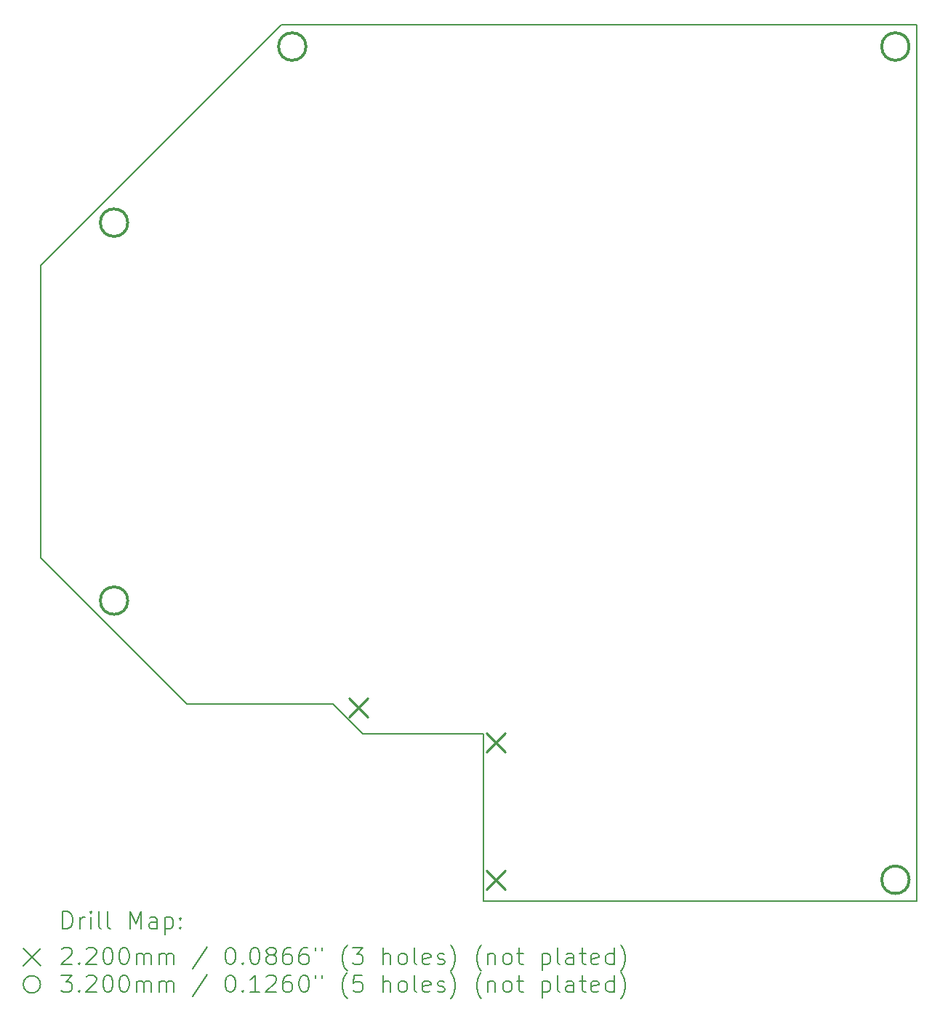
<source format=gbr>
%TF.GenerationSoftware,KiCad,Pcbnew,9.0.2*%
%TF.CreationDate,2025-06-22T13:00:46+02:00*%
%TF.ProjectId,kicad,6b696361-642e-46b6-9963-61645f706362,rev?*%
%TF.SameCoordinates,Original*%
%TF.FileFunction,Drillmap*%
%TF.FilePolarity,Positive*%
%FSLAX45Y45*%
G04 Gerber Fmt 4.5, Leading zero omitted, Abs format (unit mm)*
G04 Created by KiCad (PCBNEW 9.0.2) date 2025-06-22 13:00:46*
%MOMM*%
%LPD*%
G01*
G04 APERTURE LIST*
%ADD10C,0.150000*%
%ADD11C,0.200000*%
%ADD12C,0.220000*%
%ADD13C,0.320000*%
G04 APERTURE END LIST*
D10*
X5050000Y-9600000D02*
X6450000Y-9600000D01*
X11500000Y-11550000D02*
X6450000Y-11550000D01*
X6450000Y-11550000D02*
X6450000Y-9600000D01*
X5050000Y-9600000D02*
X4700000Y-9250000D01*
X4700000Y-9250000D02*
X3000000Y-9250000D01*
X1300000Y-7550000D02*
X1300000Y-4150000D01*
X4100000Y-1350000D02*
X11500000Y-1350000D01*
X1300000Y-4150000D02*
X4100000Y-1350000D01*
X3000000Y-9250000D02*
X1300000Y-7550000D01*
X11500000Y-11550000D02*
X11500000Y-1350000D01*
D11*
D12*
X4890000Y-9190000D02*
X5110000Y-9410000D01*
X5110000Y-9190000D02*
X4890000Y-9410000D01*
X6490000Y-9590000D02*
X6710000Y-9810000D01*
X6710000Y-9590000D02*
X6490000Y-9810000D01*
X6490000Y-11190000D02*
X6710000Y-11410000D01*
X6710000Y-11190000D02*
X6490000Y-11410000D01*
D13*
X2310000Y-3650000D02*
G75*
G02*
X1990000Y-3650000I-160000J0D01*
G01*
X1990000Y-3650000D02*
G75*
G02*
X2310000Y-3650000I160000J0D01*
G01*
X2310000Y-8050000D02*
G75*
G02*
X1990000Y-8050000I-160000J0D01*
G01*
X1990000Y-8050000D02*
G75*
G02*
X2310000Y-8050000I160000J0D01*
G01*
X4385000Y-1600000D02*
G75*
G02*
X4065000Y-1600000I-160000J0D01*
G01*
X4065000Y-1600000D02*
G75*
G02*
X4385000Y-1600000I160000J0D01*
G01*
X11410000Y-1600000D02*
G75*
G02*
X11090000Y-1600000I-160000J0D01*
G01*
X11090000Y-1600000D02*
G75*
G02*
X11410000Y-1600000I160000J0D01*
G01*
X11410000Y-11300000D02*
G75*
G02*
X11090000Y-11300000I-160000J0D01*
G01*
X11090000Y-11300000D02*
G75*
G02*
X11410000Y-11300000I160000J0D01*
G01*
D11*
X1553277Y-11868984D02*
X1553277Y-11668984D01*
X1553277Y-11668984D02*
X1600896Y-11668984D01*
X1600896Y-11668984D02*
X1629467Y-11678508D01*
X1629467Y-11678508D02*
X1648515Y-11697555D01*
X1648515Y-11697555D02*
X1658039Y-11716603D01*
X1658039Y-11716603D02*
X1667562Y-11754698D01*
X1667562Y-11754698D02*
X1667562Y-11783269D01*
X1667562Y-11783269D02*
X1658039Y-11821365D01*
X1658039Y-11821365D02*
X1648515Y-11840412D01*
X1648515Y-11840412D02*
X1629467Y-11859460D01*
X1629467Y-11859460D02*
X1600896Y-11868984D01*
X1600896Y-11868984D02*
X1553277Y-11868984D01*
X1753277Y-11868984D02*
X1753277Y-11735650D01*
X1753277Y-11773746D02*
X1762801Y-11754698D01*
X1762801Y-11754698D02*
X1772324Y-11745174D01*
X1772324Y-11745174D02*
X1791372Y-11735650D01*
X1791372Y-11735650D02*
X1810420Y-11735650D01*
X1877086Y-11868984D02*
X1877086Y-11735650D01*
X1877086Y-11668984D02*
X1867562Y-11678508D01*
X1867562Y-11678508D02*
X1877086Y-11688031D01*
X1877086Y-11688031D02*
X1886610Y-11678508D01*
X1886610Y-11678508D02*
X1877086Y-11668984D01*
X1877086Y-11668984D02*
X1877086Y-11688031D01*
X2000896Y-11868984D02*
X1981848Y-11859460D01*
X1981848Y-11859460D02*
X1972324Y-11840412D01*
X1972324Y-11840412D02*
X1972324Y-11668984D01*
X2105658Y-11868984D02*
X2086610Y-11859460D01*
X2086610Y-11859460D02*
X2077086Y-11840412D01*
X2077086Y-11840412D02*
X2077086Y-11668984D01*
X2334229Y-11868984D02*
X2334229Y-11668984D01*
X2334229Y-11668984D02*
X2400896Y-11811841D01*
X2400896Y-11811841D02*
X2467563Y-11668984D01*
X2467563Y-11668984D02*
X2467563Y-11868984D01*
X2648515Y-11868984D02*
X2648515Y-11764222D01*
X2648515Y-11764222D02*
X2638991Y-11745174D01*
X2638991Y-11745174D02*
X2619944Y-11735650D01*
X2619944Y-11735650D02*
X2581848Y-11735650D01*
X2581848Y-11735650D02*
X2562801Y-11745174D01*
X2648515Y-11859460D02*
X2629467Y-11868984D01*
X2629467Y-11868984D02*
X2581848Y-11868984D01*
X2581848Y-11868984D02*
X2562801Y-11859460D01*
X2562801Y-11859460D02*
X2553277Y-11840412D01*
X2553277Y-11840412D02*
X2553277Y-11821365D01*
X2553277Y-11821365D02*
X2562801Y-11802317D01*
X2562801Y-11802317D02*
X2581848Y-11792793D01*
X2581848Y-11792793D02*
X2629467Y-11792793D01*
X2629467Y-11792793D02*
X2648515Y-11783269D01*
X2743753Y-11735650D02*
X2743753Y-11935650D01*
X2743753Y-11745174D02*
X2762801Y-11735650D01*
X2762801Y-11735650D02*
X2800896Y-11735650D01*
X2800896Y-11735650D02*
X2819943Y-11745174D01*
X2819943Y-11745174D02*
X2829467Y-11754698D01*
X2829467Y-11754698D02*
X2838991Y-11773746D01*
X2838991Y-11773746D02*
X2838991Y-11830888D01*
X2838991Y-11830888D02*
X2829467Y-11849936D01*
X2829467Y-11849936D02*
X2819943Y-11859460D01*
X2819943Y-11859460D02*
X2800896Y-11868984D01*
X2800896Y-11868984D02*
X2762801Y-11868984D01*
X2762801Y-11868984D02*
X2743753Y-11859460D01*
X2924705Y-11849936D02*
X2934229Y-11859460D01*
X2934229Y-11859460D02*
X2924705Y-11868984D01*
X2924705Y-11868984D02*
X2915182Y-11859460D01*
X2915182Y-11859460D02*
X2924705Y-11849936D01*
X2924705Y-11849936D02*
X2924705Y-11868984D01*
X2924705Y-11745174D02*
X2934229Y-11754698D01*
X2934229Y-11754698D02*
X2924705Y-11764222D01*
X2924705Y-11764222D02*
X2915182Y-11754698D01*
X2915182Y-11754698D02*
X2924705Y-11745174D01*
X2924705Y-11745174D02*
X2924705Y-11764222D01*
X1092500Y-12097500D02*
X1292500Y-12297500D01*
X1292500Y-12097500D02*
X1092500Y-12297500D01*
X1543753Y-12108031D02*
X1553277Y-12098508D01*
X1553277Y-12098508D02*
X1572324Y-12088984D01*
X1572324Y-12088984D02*
X1619943Y-12088984D01*
X1619943Y-12088984D02*
X1638991Y-12098508D01*
X1638991Y-12098508D02*
X1648515Y-12108031D01*
X1648515Y-12108031D02*
X1658039Y-12127079D01*
X1658039Y-12127079D02*
X1658039Y-12146127D01*
X1658039Y-12146127D02*
X1648515Y-12174698D01*
X1648515Y-12174698D02*
X1534229Y-12288984D01*
X1534229Y-12288984D02*
X1658039Y-12288984D01*
X1743753Y-12269936D02*
X1753277Y-12279460D01*
X1753277Y-12279460D02*
X1743753Y-12288984D01*
X1743753Y-12288984D02*
X1734229Y-12279460D01*
X1734229Y-12279460D02*
X1743753Y-12269936D01*
X1743753Y-12269936D02*
X1743753Y-12288984D01*
X1829467Y-12108031D02*
X1838991Y-12098508D01*
X1838991Y-12098508D02*
X1858039Y-12088984D01*
X1858039Y-12088984D02*
X1905658Y-12088984D01*
X1905658Y-12088984D02*
X1924705Y-12098508D01*
X1924705Y-12098508D02*
X1934229Y-12108031D01*
X1934229Y-12108031D02*
X1943753Y-12127079D01*
X1943753Y-12127079D02*
X1943753Y-12146127D01*
X1943753Y-12146127D02*
X1934229Y-12174698D01*
X1934229Y-12174698D02*
X1819943Y-12288984D01*
X1819943Y-12288984D02*
X1943753Y-12288984D01*
X2067562Y-12088984D02*
X2086610Y-12088984D01*
X2086610Y-12088984D02*
X2105658Y-12098508D01*
X2105658Y-12098508D02*
X2115182Y-12108031D01*
X2115182Y-12108031D02*
X2124705Y-12127079D01*
X2124705Y-12127079D02*
X2134229Y-12165174D01*
X2134229Y-12165174D02*
X2134229Y-12212793D01*
X2134229Y-12212793D02*
X2124705Y-12250888D01*
X2124705Y-12250888D02*
X2115182Y-12269936D01*
X2115182Y-12269936D02*
X2105658Y-12279460D01*
X2105658Y-12279460D02*
X2086610Y-12288984D01*
X2086610Y-12288984D02*
X2067562Y-12288984D01*
X2067562Y-12288984D02*
X2048515Y-12279460D01*
X2048515Y-12279460D02*
X2038991Y-12269936D01*
X2038991Y-12269936D02*
X2029467Y-12250888D01*
X2029467Y-12250888D02*
X2019943Y-12212793D01*
X2019943Y-12212793D02*
X2019943Y-12165174D01*
X2019943Y-12165174D02*
X2029467Y-12127079D01*
X2029467Y-12127079D02*
X2038991Y-12108031D01*
X2038991Y-12108031D02*
X2048515Y-12098508D01*
X2048515Y-12098508D02*
X2067562Y-12088984D01*
X2258039Y-12088984D02*
X2277086Y-12088984D01*
X2277086Y-12088984D02*
X2296134Y-12098508D01*
X2296134Y-12098508D02*
X2305658Y-12108031D01*
X2305658Y-12108031D02*
X2315182Y-12127079D01*
X2315182Y-12127079D02*
X2324705Y-12165174D01*
X2324705Y-12165174D02*
X2324705Y-12212793D01*
X2324705Y-12212793D02*
X2315182Y-12250888D01*
X2315182Y-12250888D02*
X2305658Y-12269936D01*
X2305658Y-12269936D02*
X2296134Y-12279460D01*
X2296134Y-12279460D02*
X2277086Y-12288984D01*
X2277086Y-12288984D02*
X2258039Y-12288984D01*
X2258039Y-12288984D02*
X2238991Y-12279460D01*
X2238991Y-12279460D02*
X2229467Y-12269936D01*
X2229467Y-12269936D02*
X2219944Y-12250888D01*
X2219944Y-12250888D02*
X2210420Y-12212793D01*
X2210420Y-12212793D02*
X2210420Y-12165174D01*
X2210420Y-12165174D02*
X2219944Y-12127079D01*
X2219944Y-12127079D02*
X2229467Y-12108031D01*
X2229467Y-12108031D02*
X2238991Y-12098508D01*
X2238991Y-12098508D02*
X2258039Y-12088984D01*
X2410420Y-12288984D02*
X2410420Y-12155650D01*
X2410420Y-12174698D02*
X2419944Y-12165174D01*
X2419944Y-12165174D02*
X2438991Y-12155650D01*
X2438991Y-12155650D02*
X2467563Y-12155650D01*
X2467563Y-12155650D02*
X2486610Y-12165174D01*
X2486610Y-12165174D02*
X2496134Y-12184222D01*
X2496134Y-12184222D02*
X2496134Y-12288984D01*
X2496134Y-12184222D02*
X2505658Y-12165174D01*
X2505658Y-12165174D02*
X2524705Y-12155650D01*
X2524705Y-12155650D02*
X2553277Y-12155650D01*
X2553277Y-12155650D02*
X2572325Y-12165174D01*
X2572325Y-12165174D02*
X2581848Y-12184222D01*
X2581848Y-12184222D02*
X2581848Y-12288984D01*
X2677086Y-12288984D02*
X2677086Y-12155650D01*
X2677086Y-12174698D02*
X2686610Y-12165174D01*
X2686610Y-12165174D02*
X2705658Y-12155650D01*
X2705658Y-12155650D02*
X2734229Y-12155650D01*
X2734229Y-12155650D02*
X2753277Y-12165174D01*
X2753277Y-12165174D02*
X2762801Y-12184222D01*
X2762801Y-12184222D02*
X2762801Y-12288984D01*
X2762801Y-12184222D02*
X2772325Y-12165174D01*
X2772325Y-12165174D02*
X2791372Y-12155650D01*
X2791372Y-12155650D02*
X2819943Y-12155650D01*
X2819943Y-12155650D02*
X2838991Y-12165174D01*
X2838991Y-12165174D02*
X2848515Y-12184222D01*
X2848515Y-12184222D02*
X2848515Y-12288984D01*
X3238991Y-12079460D02*
X3067563Y-12336603D01*
X3496134Y-12088984D02*
X3515182Y-12088984D01*
X3515182Y-12088984D02*
X3534229Y-12098508D01*
X3534229Y-12098508D02*
X3543753Y-12108031D01*
X3543753Y-12108031D02*
X3553277Y-12127079D01*
X3553277Y-12127079D02*
X3562801Y-12165174D01*
X3562801Y-12165174D02*
X3562801Y-12212793D01*
X3562801Y-12212793D02*
X3553277Y-12250888D01*
X3553277Y-12250888D02*
X3543753Y-12269936D01*
X3543753Y-12269936D02*
X3534229Y-12279460D01*
X3534229Y-12279460D02*
X3515182Y-12288984D01*
X3515182Y-12288984D02*
X3496134Y-12288984D01*
X3496134Y-12288984D02*
X3477086Y-12279460D01*
X3477086Y-12279460D02*
X3467563Y-12269936D01*
X3467563Y-12269936D02*
X3458039Y-12250888D01*
X3458039Y-12250888D02*
X3448515Y-12212793D01*
X3448515Y-12212793D02*
X3448515Y-12165174D01*
X3448515Y-12165174D02*
X3458039Y-12127079D01*
X3458039Y-12127079D02*
X3467563Y-12108031D01*
X3467563Y-12108031D02*
X3477086Y-12098508D01*
X3477086Y-12098508D02*
X3496134Y-12088984D01*
X3648515Y-12269936D02*
X3658039Y-12279460D01*
X3658039Y-12279460D02*
X3648515Y-12288984D01*
X3648515Y-12288984D02*
X3638991Y-12279460D01*
X3638991Y-12279460D02*
X3648515Y-12269936D01*
X3648515Y-12269936D02*
X3648515Y-12288984D01*
X3781848Y-12088984D02*
X3800896Y-12088984D01*
X3800896Y-12088984D02*
X3819944Y-12098508D01*
X3819944Y-12098508D02*
X3829467Y-12108031D01*
X3829467Y-12108031D02*
X3838991Y-12127079D01*
X3838991Y-12127079D02*
X3848515Y-12165174D01*
X3848515Y-12165174D02*
X3848515Y-12212793D01*
X3848515Y-12212793D02*
X3838991Y-12250888D01*
X3838991Y-12250888D02*
X3829467Y-12269936D01*
X3829467Y-12269936D02*
X3819944Y-12279460D01*
X3819944Y-12279460D02*
X3800896Y-12288984D01*
X3800896Y-12288984D02*
X3781848Y-12288984D01*
X3781848Y-12288984D02*
X3762801Y-12279460D01*
X3762801Y-12279460D02*
X3753277Y-12269936D01*
X3753277Y-12269936D02*
X3743753Y-12250888D01*
X3743753Y-12250888D02*
X3734229Y-12212793D01*
X3734229Y-12212793D02*
X3734229Y-12165174D01*
X3734229Y-12165174D02*
X3743753Y-12127079D01*
X3743753Y-12127079D02*
X3753277Y-12108031D01*
X3753277Y-12108031D02*
X3762801Y-12098508D01*
X3762801Y-12098508D02*
X3781848Y-12088984D01*
X3962801Y-12174698D02*
X3943753Y-12165174D01*
X3943753Y-12165174D02*
X3934229Y-12155650D01*
X3934229Y-12155650D02*
X3924706Y-12136603D01*
X3924706Y-12136603D02*
X3924706Y-12127079D01*
X3924706Y-12127079D02*
X3934229Y-12108031D01*
X3934229Y-12108031D02*
X3943753Y-12098508D01*
X3943753Y-12098508D02*
X3962801Y-12088984D01*
X3962801Y-12088984D02*
X4000896Y-12088984D01*
X4000896Y-12088984D02*
X4019944Y-12098508D01*
X4019944Y-12098508D02*
X4029467Y-12108031D01*
X4029467Y-12108031D02*
X4038991Y-12127079D01*
X4038991Y-12127079D02*
X4038991Y-12136603D01*
X4038991Y-12136603D02*
X4029467Y-12155650D01*
X4029467Y-12155650D02*
X4019944Y-12165174D01*
X4019944Y-12165174D02*
X4000896Y-12174698D01*
X4000896Y-12174698D02*
X3962801Y-12174698D01*
X3962801Y-12174698D02*
X3943753Y-12184222D01*
X3943753Y-12184222D02*
X3934229Y-12193746D01*
X3934229Y-12193746D02*
X3924706Y-12212793D01*
X3924706Y-12212793D02*
X3924706Y-12250888D01*
X3924706Y-12250888D02*
X3934229Y-12269936D01*
X3934229Y-12269936D02*
X3943753Y-12279460D01*
X3943753Y-12279460D02*
X3962801Y-12288984D01*
X3962801Y-12288984D02*
X4000896Y-12288984D01*
X4000896Y-12288984D02*
X4019944Y-12279460D01*
X4019944Y-12279460D02*
X4029467Y-12269936D01*
X4029467Y-12269936D02*
X4038991Y-12250888D01*
X4038991Y-12250888D02*
X4038991Y-12212793D01*
X4038991Y-12212793D02*
X4029467Y-12193746D01*
X4029467Y-12193746D02*
X4019944Y-12184222D01*
X4019944Y-12184222D02*
X4000896Y-12174698D01*
X4210420Y-12088984D02*
X4172325Y-12088984D01*
X4172325Y-12088984D02*
X4153277Y-12098508D01*
X4153277Y-12098508D02*
X4143753Y-12108031D01*
X4143753Y-12108031D02*
X4124706Y-12136603D01*
X4124706Y-12136603D02*
X4115182Y-12174698D01*
X4115182Y-12174698D02*
X4115182Y-12250888D01*
X4115182Y-12250888D02*
X4124706Y-12269936D01*
X4124706Y-12269936D02*
X4134229Y-12279460D01*
X4134229Y-12279460D02*
X4153277Y-12288984D01*
X4153277Y-12288984D02*
X4191372Y-12288984D01*
X4191372Y-12288984D02*
X4210420Y-12279460D01*
X4210420Y-12279460D02*
X4219944Y-12269936D01*
X4219944Y-12269936D02*
X4229468Y-12250888D01*
X4229468Y-12250888D02*
X4229468Y-12203269D01*
X4229468Y-12203269D02*
X4219944Y-12184222D01*
X4219944Y-12184222D02*
X4210420Y-12174698D01*
X4210420Y-12174698D02*
X4191372Y-12165174D01*
X4191372Y-12165174D02*
X4153277Y-12165174D01*
X4153277Y-12165174D02*
X4134229Y-12174698D01*
X4134229Y-12174698D02*
X4124706Y-12184222D01*
X4124706Y-12184222D02*
X4115182Y-12203269D01*
X4400896Y-12088984D02*
X4362801Y-12088984D01*
X4362801Y-12088984D02*
X4343753Y-12098508D01*
X4343753Y-12098508D02*
X4334229Y-12108031D01*
X4334229Y-12108031D02*
X4315182Y-12136603D01*
X4315182Y-12136603D02*
X4305658Y-12174698D01*
X4305658Y-12174698D02*
X4305658Y-12250888D01*
X4305658Y-12250888D02*
X4315182Y-12269936D01*
X4315182Y-12269936D02*
X4324706Y-12279460D01*
X4324706Y-12279460D02*
X4343753Y-12288984D01*
X4343753Y-12288984D02*
X4381849Y-12288984D01*
X4381849Y-12288984D02*
X4400896Y-12279460D01*
X4400896Y-12279460D02*
X4410420Y-12269936D01*
X4410420Y-12269936D02*
X4419944Y-12250888D01*
X4419944Y-12250888D02*
X4419944Y-12203269D01*
X4419944Y-12203269D02*
X4410420Y-12184222D01*
X4410420Y-12184222D02*
X4400896Y-12174698D01*
X4400896Y-12174698D02*
X4381849Y-12165174D01*
X4381849Y-12165174D02*
X4343753Y-12165174D01*
X4343753Y-12165174D02*
X4324706Y-12174698D01*
X4324706Y-12174698D02*
X4315182Y-12184222D01*
X4315182Y-12184222D02*
X4305658Y-12203269D01*
X4496134Y-12088984D02*
X4496134Y-12127079D01*
X4572325Y-12088984D02*
X4572325Y-12127079D01*
X4867563Y-12365174D02*
X4858039Y-12355650D01*
X4858039Y-12355650D02*
X4838991Y-12327079D01*
X4838991Y-12327079D02*
X4829468Y-12308031D01*
X4829468Y-12308031D02*
X4819944Y-12279460D01*
X4819944Y-12279460D02*
X4810420Y-12231841D01*
X4810420Y-12231841D02*
X4810420Y-12193746D01*
X4810420Y-12193746D02*
X4819944Y-12146127D01*
X4819944Y-12146127D02*
X4829468Y-12117555D01*
X4829468Y-12117555D02*
X4838991Y-12098508D01*
X4838991Y-12098508D02*
X4858039Y-12069936D01*
X4858039Y-12069936D02*
X4867563Y-12060412D01*
X4924706Y-12088984D02*
X5048515Y-12088984D01*
X5048515Y-12088984D02*
X4981849Y-12165174D01*
X4981849Y-12165174D02*
X5010420Y-12165174D01*
X5010420Y-12165174D02*
X5029468Y-12174698D01*
X5029468Y-12174698D02*
X5038991Y-12184222D01*
X5038991Y-12184222D02*
X5048515Y-12203269D01*
X5048515Y-12203269D02*
X5048515Y-12250888D01*
X5048515Y-12250888D02*
X5038991Y-12269936D01*
X5038991Y-12269936D02*
X5029468Y-12279460D01*
X5029468Y-12279460D02*
X5010420Y-12288984D01*
X5010420Y-12288984D02*
X4953277Y-12288984D01*
X4953277Y-12288984D02*
X4934230Y-12279460D01*
X4934230Y-12279460D02*
X4924706Y-12269936D01*
X5286611Y-12288984D02*
X5286611Y-12088984D01*
X5372325Y-12288984D02*
X5372325Y-12184222D01*
X5372325Y-12184222D02*
X5362801Y-12165174D01*
X5362801Y-12165174D02*
X5343753Y-12155650D01*
X5343753Y-12155650D02*
X5315182Y-12155650D01*
X5315182Y-12155650D02*
X5296134Y-12165174D01*
X5296134Y-12165174D02*
X5286611Y-12174698D01*
X5496134Y-12288984D02*
X5477087Y-12279460D01*
X5477087Y-12279460D02*
X5467563Y-12269936D01*
X5467563Y-12269936D02*
X5458039Y-12250888D01*
X5458039Y-12250888D02*
X5458039Y-12193746D01*
X5458039Y-12193746D02*
X5467563Y-12174698D01*
X5467563Y-12174698D02*
X5477087Y-12165174D01*
X5477087Y-12165174D02*
X5496134Y-12155650D01*
X5496134Y-12155650D02*
X5524706Y-12155650D01*
X5524706Y-12155650D02*
X5543753Y-12165174D01*
X5543753Y-12165174D02*
X5553277Y-12174698D01*
X5553277Y-12174698D02*
X5562801Y-12193746D01*
X5562801Y-12193746D02*
X5562801Y-12250888D01*
X5562801Y-12250888D02*
X5553277Y-12269936D01*
X5553277Y-12269936D02*
X5543753Y-12279460D01*
X5543753Y-12279460D02*
X5524706Y-12288984D01*
X5524706Y-12288984D02*
X5496134Y-12288984D01*
X5677087Y-12288984D02*
X5658039Y-12279460D01*
X5658039Y-12279460D02*
X5648515Y-12260412D01*
X5648515Y-12260412D02*
X5648515Y-12088984D01*
X5829468Y-12279460D02*
X5810420Y-12288984D01*
X5810420Y-12288984D02*
X5772325Y-12288984D01*
X5772325Y-12288984D02*
X5753277Y-12279460D01*
X5753277Y-12279460D02*
X5743753Y-12260412D01*
X5743753Y-12260412D02*
X5743753Y-12184222D01*
X5743753Y-12184222D02*
X5753277Y-12165174D01*
X5753277Y-12165174D02*
X5772325Y-12155650D01*
X5772325Y-12155650D02*
X5810420Y-12155650D01*
X5810420Y-12155650D02*
X5829468Y-12165174D01*
X5829468Y-12165174D02*
X5838991Y-12184222D01*
X5838991Y-12184222D02*
X5838991Y-12203269D01*
X5838991Y-12203269D02*
X5743753Y-12222317D01*
X5915182Y-12279460D02*
X5934230Y-12288984D01*
X5934230Y-12288984D02*
X5972325Y-12288984D01*
X5972325Y-12288984D02*
X5991372Y-12279460D01*
X5991372Y-12279460D02*
X6000896Y-12260412D01*
X6000896Y-12260412D02*
X6000896Y-12250888D01*
X6000896Y-12250888D02*
X5991372Y-12231841D01*
X5991372Y-12231841D02*
X5972325Y-12222317D01*
X5972325Y-12222317D02*
X5943753Y-12222317D01*
X5943753Y-12222317D02*
X5924706Y-12212793D01*
X5924706Y-12212793D02*
X5915182Y-12193746D01*
X5915182Y-12193746D02*
X5915182Y-12184222D01*
X5915182Y-12184222D02*
X5924706Y-12165174D01*
X5924706Y-12165174D02*
X5943753Y-12155650D01*
X5943753Y-12155650D02*
X5972325Y-12155650D01*
X5972325Y-12155650D02*
X5991372Y-12165174D01*
X6067563Y-12365174D02*
X6077087Y-12355650D01*
X6077087Y-12355650D02*
X6096134Y-12327079D01*
X6096134Y-12327079D02*
X6105658Y-12308031D01*
X6105658Y-12308031D02*
X6115182Y-12279460D01*
X6115182Y-12279460D02*
X6124706Y-12231841D01*
X6124706Y-12231841D02*
X6124706Y-12193746D01*
X6124706Y-12193746D02*
X6115182Y-12146127D01*
X6115182Y-12146127D02*
X6105658Y-12117555D01*
X6105658Y-12117555D02*
X6096134Y-12098508D01*
X6096134Y-12098508D02*
X6077087Y-12069936D01*
X6077087Y-12069936D02*
X6067563Y-12060412D01*
X6429468Y-12365174D02*
X6419944Y-12355650D01*
X6419944Y-12355650D02*
X6400896Y-12327079D01*
X6400896Y-12327079D02*
X6391372Y-12308031D01*
X6391372Y-12308031D02*
X6381849Y-12279460D01*
X6381849Y-12279460D02*
X6372325Y-12231841D01*
X6372325Y-12231841D02*
X6372325Y-12193746D01*
X6372325Y-12193746D02*
X6381849Y-12146127D01*
X6381849Y-12146127D02*
X6391372Y-12117555D01*
X6391372Y-12117555D02*
X6400896Y-12098508D01*
X6400896Y-12098508D02*
X6419944Y-12069936D01*
X6419944Y-12069936D02*
X6429468Y-12060412D01*
X6505658Y-12155650D02*
X6505658Y-12288984D01*
X6505658Y-12174698D02*
X6515182Y-12165174D01*
X6515182Y-12165174D02*
X6534230Y-12155650D01*
X6534230Y-12155650D02*
X6562801Y-12155650D01*
X6562801Y-12155650D02*
X6581849Y-12165174D01*
X6581849Y-12165174D02*
X6591372Y-12184222D01*
X6591372Y-12184222D02*
X6591372Y-12288984D01*
X6715182Y-12288984D02*
X6696134Y-12279460D01*
X6696134Y-12279460D02*
X6686611Y-12269936D01*
X6686611Y-12269936D02*
X6677087Y-12250888D01*
X6677087Y-12250888D02*
X6677087Y-12193746D01*
X6677087Y-12193746D02*
X6686611Y-12174698D01*
X6686611Y-12174698D02*
X6696134Y-12165174D01*
X6696134Y-12165174D02*
X6715182Y-12155650D01*
X6715182Y-12155650D02*
X6743753Y-12155650D01*
X6743753Y-12155650D02*
X6762801Y-12165174D01*
X6762801Y-12165174D02*
X6772325Y-12174698D01*
X6772325Y-12174698D02*
X6781849Y-12193746D01*
X6781849Y-12193746D02*
X6781849Y-12250888D01*
X6781849Y-12250888D02*
X6772325Y-12269936D01*
X6772325Y-12269936D02*
X6762801Y-12279460D01*
X6762801Y-12279460D02*
X6743753Y-12288984D01*
X6743753Y-12288984D02*
X6715182Y-12288984D01*
X6838992Y-12155650D02*
X6915182Y-12155650D01*
X6867563Y-12088984D02*
X6867563Y-12260412D01*
X6867563Y-12260412D02*
X6877087Y-12279460D01*
X6877087Y-12279460D02*
X6896134Y-12288984D01*
X6896134Y-12288984D02*
X6915182Y-12288984D01*
X7134230Y-12155650D02*
X7134230Y-12355650D01*
X7134230Y-12165174D02*
X7153277Y-12155650D01*
X7153277Y-12155650D02*
X7191373Y-12155650D01*
X7191373Y-12155650D02*
X7210420Y-12165174D01*
X7210420Y-12165174D02*
X7219944Y-12174698D01*
X7219944Y-12174698D02*
X7229468Y-12193746D01*
X7229468Y-12193746D02*
X7229468Y-12250888D01*
X7229468Y-12250888D02*
X7219944Y-12269936D01*
X7219944Y-12269936D02*
X7210420Y-12279460D01*
X7210420Y-12279460D02*
X7191373Y-12288984D01*
X7191373Y-12288984D02*
X7153277Y-12288984D01*
X7153277Y-12288984D02*
X7134230Y-12279460D01*
X7343753Y-12288984D02*
X7324706Y-12279460D01*
X7324706Y-12279460D02*
X7315182Y-12260412D01*
X7315182Y-12260412D02*
X7315182Y-12088984D01*
X7505658Y-12288984D02*
X7505658Y-12184222D01*
X7505658Y-12184222D02*
X7496134Y-12165174D01*
X7496134Y-12165174D02*
X7477087Y-12155650D01*
X7477087Y-12155650D02*
X7438992Y-12155650D01*
X7438992Y-12155650D02*
X7419944Y-12165174D01*
X7505658Y-12279460D02*
X7486611Y-12288984D01*
X7486611Y-12288984D02*
X7438992Y-12288984D01*
X7438992Y-12288984D02*
X7419944Y-12279460D01*
X7419944Y-12279460D02*
X7410420Y-12260412D01*
X7410420Y-12260412D02*
X7410420Y-12241365D01*
X7410420Y-12241365D02*
X7419944Y-12222317D01*
X7419944Y-12222317D02*
X7438992Y-12212793D01*
X7438992Y-12212793D02*
X7486611Y-12212793D01*
X7486611Y-12212793D02*
X7505658Y-12203269D01*
X7572325Y-12155650D02*
X7648515Y-12155650D01*
X7600896Y-12088984D02*
X7600896Y-12260412D01*
X7600896Y-12260412D02*
X7610420Y-12279460D01*
X7610420Y-12279460D02*
X7629468Y-12288984D01*
X7629468Y-12288984D02*
X7648515Y-12288984D01*
X7791373Y-12279460D02*
X7772325Y-12288984D01*
X7772325Y-12288984D02*
X7734230Y-12288984D01*
X7734230Y-12288984D02*
X7715182Y-12279460D01*
X7715182Y-12279460D02*
X7705658Y-12260412D01*
X7705658Y-12260412D02*
X7705658Y-12184222D01*
X7705658Y-12184222D02*
X7715182Y-12165174D01*
X7715182Y-12165174D02*
X7734230Y-12155650D01*
X7734230Y-12155650D02*
X7772325Y-12155650D01*
X7772325Y-12155650D02*
X7791373Y-12165174D01*
X7791373Y-12165174D02*
X7800896Y-12184222D01*
X7800896Y-12184222D02*
X7800896Y-12203269D01*
X7800896Y-12203269D02*
X7705658Y-12222317D01*
X7972325Y-12288984D02*
X7972325Y-12088984D01*
X7972325Y-12279460D02*
X7953277Y-12288984D01*
X7953277Y-12288984D02*
X7915182Y-12288984D01*
X7915182Y-12288984D02*
X7896134Y-12279460D01*
X7896134Y-12279460D02*
X7886611Y-12269936D01*
X7886611Y-12269936D02*
X7877087Y-12250888D01*
X7877087Y-12250888D02*
X7877087Y-12193746D01*
X7877087Y-12193746D02*
X7886611Y-12174698D01*
X7886611Y-12174698D02*
X7896134Y-12165174D01*
X7896134Y-12165174D02*
X7915182Y-12155650D01*
X7915182Y-12155650D02*
X7953277Y-12155650D01*
X7953277Y-12155650D02*
X7972325Y-12165174D01*
X8048515Y-12365174D02*
X8058039Y-12355650D01*
X8058039Y-12355650D02*
X8077087Y-12327079D01*
X8077087Y-12327079D02*
X8086611Y-12308031D01*
X8086611Y-12308031D02*
X8096134Y-12279460D01*
X8096134Y-12279460D02*
X8105658Y-12231841D01*
X8105658Y-12231841D02*
X8105658Y-12193746D01*
X8105658Y-12193746D02*
X8096134Y-12146127D01*
X8096134Y-12146127D02*
X8086611Y-12117555D01*
X8086611Y-12117555D02*
X8077087Y-12098508D01*
X8077087Y-12098508D02*
X8058039Y-12069936D01*
X8058039Y-12069936D02*
X8048515Y-12060412D01*
X1292500Y-12517500D02*
G75*
G02*
X1092500Y-12517500I-100000J0D01*
G01*
X1092500Y-12517500D02*
G75*
G02*
X1292500Y-12517500I100000J0D01*
G01*
X1534229Y-12408984D02*
X1658039Y-12408984D01*
X1658039Y-12408984D02*
X1591372Y-12485174D01*
X1591372Y-12485174D02*
X1619943Y-12485174D01*
X1619943Y-12485174D02*
X1638991Y-12494698D01*
X1638991Y-12494698D02*
X1648515Y-12504222D01*
X1648515Y-12504222D02*
X1658039Y-12523269D01*
X1658039Y-12523269D02*
X1658039Y-12570888D01*
X1658039Y-12570888D02*
X1648515Y-12589936D01*
X1648515Y-12589936D02*
X1638991Y-12599460D01*
X1638991Y-12599460D02*
X1619943Y-12608984D01*
X1619943Y-12608984D02*
X1562801Y-12608984D01*
X1562801Y-12608984D02*
X1543753Y-12599460D01*
X1543753Y-12599460D02*
X1534229Y-12589936D01*
X1743753Y-12589936D02*
X1753277Y-12599460D01*
X1753277Y-12599460D02*
X1743753Y-12608984D01*
X1743753Y-12608984D02*
X1734229Y-12599460D01*
X1734229Y-12599460D02*
X1743753Y-12589936D01*
X1743753Y-12589936D02*
X1743753Y-12608984D01*
X1829467Y-12428031D02*
X1838991Y-12418508D01*
X1838991Y-12418508D02*
X1858039Y-12408984D01*
X1858039Y-12408984D02*
X1905658Y-12408984D01*
X1905658Y-12408984D02*
X1924705Y-12418508D01*
X1924705Y-12418508D02*
X1934229Y-12428031D01*
X1934229Y-12428031D02*
X1943753Y-12447079D01*
X1943753Y-12447079D02*
X1943753Y-12466127D01*
X1943753Y-12466127D02*
X1934229Y-12494698D01*
X1934229Y-12494698D02*
X1819943Y-12608984D01*
X1819943Y-12608984D02*
X1943753Y-12608984D01*
X2067562Y-12408984D02*
X2086610Y-12408984D01*
X2086610Y-12408984D02*
X2105658Y-12418508D01*
X2105658Y-12418508D02*
X2115182Y-12428031D01*
X2115182Y-12428031D02*
X2124705Y-12447079D01*
X2124705Y-12447079D02*
X2134229Y-12485174D01*
X2134229Y-12485174D02*
X2134229Y-12532793D01*
X2134229Y-12532793D02*
X2124705Y-12570888D01*
X2124705Y-12570888D02*
X2115182Y-12589936D01*
X2115182Y-12589936D02*
X2105658Y-12599460D01*
X2105658Y-12599460D02*
X2086610Y-12608984D01*
X2086610Y-12608984D02*
X2067562Y-12608984D01*
X2067562Y-12608984D02*
X2048515Y-12599460D01*
X2048515Y-12599460D02*
X2038991Y-12589936D01*
X2038991Y-12589936D02*
X2029467Y-12570888D01*
X2029467Y-12570888D02*
X2019943Y-12532793D01*
X2019943Y-12532793D02*
X2019943Y-12485174D01*
X2019943Y-12485174D02*
X2029467Y-12447079D01*
X2029467Y-12447079D02*
X2038991Y-12428031D01*
X2038991Y-12428031D02*
X2048515Y-12418508D01*
X2048515Y-12418508D02*
X2067562Y-12408984D01*
X2258039Y-12408984D02*
X2277086Y-12408984D01*
X2277086Y-12408984D02*
X2296134Y-12418508D01*
X2296134Y-12418508D02*
X2305658Y-12428031D01*
X2305658Y-12428031D02*
X2315182Y-12447079D01*
X2315182Y-12447079D02*
X2324705Y-12485174D01*
X2324705Y-12485174D02*
X2324705Y-12532793D01*
X2324705Y-12532793D02*
X2315182Y-12570888D01*
X2315182Y-12570888D02*
X2305658Y-12589936D01*
X2305658Y-12589936D02*
X2296134Y-12599460D01*
X2296134Y-12599460D02*
X2277086Y-12608984D01*
X2277086Y-12608984D02*
X2258039Y-12608984D01*
X2258039Y-12608984D02*
X2238991Y-12599460D01*
X2238991Y-12599460D02*
X2229467Y-12589936D01*
X2229467Y-12589936D02*
X2219944Y-12570888D01*
X2219944Y-12570888D02*
X2210420Y-12532793D01*
X2210420Y-12532793D02*
X2210420Y-12485174D01*
X2210420Y-12485174D02*
X2219944Y-12447079D01*
X2219944Y-12447079D02*
X2229467Y-12428031D01*
X2229467Y-12428031D02*
X2238991Y-12418508D01*
X2238991Y-12418508D02*
X2258039Y-12408984D01*
X2410420Y-12608984D02*
X2410420Y-12475650D01*
X2410420Y-12494698D02*
X2419944Y-12485174D01*
X2419944Y-12485174D02*
X2438991Y-12475650D01*
X2438991Y-12475650D02*
X2467563Y-12475650D01*
X2467563Y-12475650D02*
X2486610Y-12485174D01*
X2486610Y-12485174D02*
X2496134Y-12504222D01*
X2496134Y-12504222D02*
X2496134Y-12608984D01*
X2496134Y-12504222D02*
X2505658Y-12485174D01*
X2505658Y-12485174D02*
X2524705Y-12475650D01*
X2524705Y-12475650D02*
X2553277Y-12475650D01*
X2553277Y-12475650D02*
X2572325Y-12485174D01*
X2572325Y-12485174D02*
X2581848Y-12504222D01*
X2581848Y-12504222D02*
X2581848Y-12608984D01*
X2677086Y-12608984D02*
X2677086Y-12475650D01*
X2677086Y-12494698D02*
X2686610Y-12485174D01*
X2686610Y-12485174D02*
X2705658Y-12475650D01*
X2705658Y-12475650D02*
X2734229Y-12475650D01*
X2734229Y-12475650D02*
X2753277Y-12485174D01*
X2753277Y-12485174D02*
X2762801Y-12504222D01*
X2762801Y-12504222D02*
X2762801Y-12608984D01*
X2762801Y-12504222D02*
X2772325Y-12485174D01*
X2772325Y-12485174D02*
X2791372Y-12475650D01*
X2791372Y-12475650D02*
X2819943Y-12475650D01*
X2819943Y-12475650D02*
X2838991Y-12485174D01*
X2838991Y-12485174D02*
X2848515Y-12504222D01*
X2848515Y-12504222D02*
X2848515Y-12608984D01*
X3238991Y-12399460D02*
X3067563Y-12656603D01*
X3496134Y-12408984D02*
X3515182Y-12408984D01*
X3515182Y-12408984D02*
X3534229Y-12418508D01*
X3534229Y-12418508D02*
X3543753Y-12428031D01*
X3543753Y-12428031D02*
X3553277Y-12447079D01*
X3553277Y-12447079D02*
X3562801Y-12485174D01*
X3562801Y-12485174D02*
X3562801Y-12532793D01*
X3562801Y-12532793D02*
X3553277Y-12570888D01*
X3553277Y-12570888D02*
X3543753Y-12589936D01*
X3543753Y-12589936D02*
X3534229Y-12599460D01*
X3534229Y-12599460D02*
X3515182Y-12608984D01*
X3515182Y-12608984D02*
X3496134Y-12608984D01*
X3496134Y-12608984D02*
X3477086Y-12599460D01*
X3477086Y-12599460D02*
X3467563Y-12589936D01*
X3467563Y-12589936D02*
X3458039Y-12570888D01*
X3458039Y-12570888D02*
X3448515Y-12532793D01*
X3448515Y-12532793D02*
X3448515Y-12485174D01*
X3448515Y-12485174D02*
X3458039Y-12447079D01*
X3458039Y-12447079D02*
X3467563Y-12428031D01*
X3467563Y-12428031D02*
X3477086Y-12418508D01*
X3477086Y-12418508D02*
X3496134Y-12408984D01*
X3648515Y-12589936D02*
X3658039Y-12599460D01*
X3658039Y-12599460D02*
X3648515Y-12608984D01*
X3648515Y-12608984D02*
X3638991Y-12599460D01*
X3638991Y-12599460D02*
X3648515Y-12589936D01*
X3648515Y-12589936D02*
X3648515Y-12608984D01*
X3848515Y-12608984D02*
X3734229Y-12608984D01*
X3791372Y-12608984D02*
X3791372Y-12408984D01*
X3791372Y-12408984D02*
X3772325Y-12437555D01*
X3772325Y-12437555D02*
X3753277Y-12456603D01*
X3753277Y-12456603D02*
X3734229Y-12466127D01*
X3924706Y-12428031D02*
X3934229Y-12418508D01*
X3934229Y-12418508D02*
X3953277Y-12408984D01*
X3953277Y-12408984D02*
X4000896Y-12408984D01*
X4000896Y-12408984D02*
X4019944Y-12418508D01*
X4019944Y-12418508D02*
X4029467Y-12428031D01*
X4029467Y-12428031D02*
X4038991Y-12447079D01*
X4038991Y-12447079D02*
X4038991Y-12466127D01*
X4038991Y-12466127D02*
X4029467Y-12494698D01*
X4029467Y-12494698D02*
X3915182Y-12608984D01*
X3915182Y-12608984D02*
X4038991Y-12608984D01*
X4210420Y-12408984D02*
X4172325Y-12408984D01*
X4172325Y-12408984D02*
X4153277Y-12418508D01*
X4153277Y-12418508D02*
X4143753Y-12428031D01*
X4143753Y-12428031D02*
X4124706Y-12456603D01*
X4124706Y-12456603D02*
X4115182Y-12494698D01*
X4115182Y-12494698D02*
X4115182Y-12570888D01*
X4115182Y-12570888D02*
X4124706Y-12589936D01*
X4124706Y-12589936D02*
X4134229Y-12599460D01*
X4134229Y-12599460D02*
X4153277Y-12608984D01*
X4153277Y-12608984D02*
X4191372Y-12608984D01*
X4191372Y-12608984D02*
X4210420Y-12599460D01*
X4210420Y-12599460D02*
X4219944Y-12589936D01*
X4219944Y-12589936D02*
X4229468Y-12570888D01*
X4229468Y-12570888D02*
X4229468Y-12523269D01*
X4229468Y-12523269D02*
X4219944Y-12504222D01*
X4219944Y-12504222D02*
X4210420Y-12494698D01*
X4210420Y-12494698D02*
X4191372Y-12485174D01*
X4191372Y-12485174D02*
X4153277Y-12485174D01*
X4153277Y-12485174D02*
X4134229Y-12494698D01*
X4134229Y-12494698D02*
X4124706Y-12504222D01*
X4124706Y-12504222D02*
X4115182Y-12523269D01*
X4353277Y-12408984D02*
X4372325Y-12408984D01*
X4372325Y-12408984D02*
X4391372Y-12418508D01*
X4391372Y-12418508D02*
X4400896Y-12428031D01*
X4400896Y-12428031D02*
X4410420Y-12447079D01*
X4410420Y-12447079D02*
X4419944Y-12485174D01*
X4419944Y-12485174D02*
X4419944Y-12532793D01*
X4419944Y-12532793D02*
X4410420Y-12570888D01*
X4410420Y-12570888D02*
X4400896Y-12589936D01*
X4400896Y-12589936D02*
X4391372Y-12599460D01*
X4391372Y-12599460D02*
X4372325Y-12608984D01*
X4372325Y-12608984D02*
X4353277Y-12608984D01*
X4353277Y-12608984D02*
X4334229Y-12599460D01*
X4334229Y-12599460D02*
X4324706Y-12589936D01*
X4324706Y-12589936D02*
X4315182Y-12570888D01*
X4315182Y-12570888D02*
X4305658Y-12532793D01*
X4305658Y-12532793D02*
X4305658Y-12485174D01*
X4305658Y-12485174D02*
X4315182Y-12447079D01*
X4315182Y-12447079D02*
X4324706Y-12428031D01*
X4324706Y-12428031D02*
X4334229Y-12418508D01*
X4334229Y-12418508D02*
X4353277Y-12408984D01*
X4496134Y-12408984D02*
X4496134Y-12447079D01*
X4572325Y-12408984D02*
X4572325Y-12447079D01*
X4867563Y-12685174D02*
X4858039Y-12675650D01*
X4858039Y-12675650D02*
X4838991Y-12647079D01*
X4838991Y-12647079D02*
X4829468Y-12628031D01*
X4829468Y-12628031D02*
X4819944Y-12599460D01*
X4819944Y-12599460D02*
X4810420Y-12551841D01*
X4810420Y-12551841D02*
X4810420Y-12513746D01*
X4810420Y-12513746D02*
X4819944Y-12466127D01*
X4819944Y-12466127D02*
X4829468Y-12437555D01*
X4829468Y-12437555D02*
X4838991Y-12418508D01*
X4838991Y-12418508D02*
X4858039Y-12389936D01*
X4858039Y-12389936D02*
X4867563Y-12380412D01*
X5038991Y-12408984D02*
X4943753Y-12408984D01*
X4943753Y-12408984D02*
X4934230Y-12504222D01*
X4934230Y-12504222D02*
X4943753Y-12494698D01*
X4943753Y-12494698D02*
X4962801Y-12485174D01*
X4962801Y-12485174D02*
X5010420Y-12485174D01*
X5010420Y-12485174D02*
X5029468Y-12494698D01*
X5029468Y-12494698D02*
X5038991Y-12504222D01*
X5038991Y-12504222D02*
X5048515Y-12523269D01*
X5048515Y-12523269D02*
X5048515Y-12570888D01*
X5048515Y-12570888D02*
X5038991Y-12589936D01*
X5038991Y-12589936D02*
X5029468Y-12599460D01*
X5029468Y-12599460D02*
X5010420Y-12608984D01*
X5010420Y-12608984D02*
X4962801Y-12608984D01*
X4962801Y-12608984D02*
X4943753Y-12599460D01*
X4943753Y-12599460D02*
X4934230Y-12589936D01*
X5286611Y-12608984D02*
X5286611Y-12408984D01*
X5372325Y-12608984D02*
X5372325Y-12504222D01*
X5372325Y-12504222D02*
X5362801Y-12485174D01*
X5362801Y-12485174D02*
X5343753Y-12475650D01*
X5343753Y-12475650D02*
X5315182Y-12475650D01*
X5315182Y-12475650D02*
X5296134Y-12485174D01*
X5296134Y-12485174D02*
X5286611Y-12494698D01*
X5496134Y-12608984D02*
X5477087Y-12599460D01*
X5477087Y-12599460D02*
X5467563Y-12589936D01*
X5467563Y-12589936D02*
X5458039Y-12570888D01*
X5458039Y-12570888D02*
X5458039Y-12513746D01*
X5458039Y-12513746D02*
X5467563Y-12494698D01*
X5467563Y-12494698D02*
X5477087Y-12485174D01*
X5477087Y-12485174D02*
X5496134Y-12475650D01*
X5496134Y-12475650D02*
X5524706Y-12475650D01*
X5524706Y-12475650D02*
X5543753Y-12485174D01*
X5543753Y-12485174D02*
X5553277Y-12494698D01*
X5553277Y-12494698D02*
X5562801Y-12513746D01*
X5562801Y-12513746D02*
X5562801Y-12570888D01*
X5562801Y-12570888D02*
X5553277Y-12589936D01*
X5553277Y-12589936D02*
X5543753Y-12599460D01*
X5543753Y-12599460D02*
X5524706Y-12608984D01*
X5524706Y-12608984D02*
X5496134Y-12608984D01*
X5677087Y-12608984D02*
X5658039Y-12599460D01*
X5658039Y-12599460D02*
X5648515Y-12580412D01*
X5648515Y-12580412D02*
X5648515Y-12408984D01*
X5829468Y-12599460D02*
X5810420Y-12608984D01*
X5810420Y-12608984D02*
X5772325Y-12608984D01*
X5772325Y-12608984D02*
X5753277Y-12599460D01*
X5753277Y-12599460D02*
X5743753Y-12580412D01*
X5743753Y-12580412D02*
X5743753Y-12504222D01*
X5743753Y-12504222D02*
X5753277Y-12485174D01*
X5753277Y-12485174D02*
X5772325Y-12475650D01*
X5772325Y-12475650D02*
X5810420Y-12475650D01*
X5810420Y-12475650D02*
X5829468Y-12485174D01*
X5829468Y-12485174D02*
X5838991Y-12504222D01*
X5838991Y-12504222D02*
X5838991Y-12523269D01*
X5838991Y-12523269D02*
X5743753Y-12542317D01*
X5915182Y-12599460D02*
X5934230Y-12608984D01*
X5934230Y-12608984D02*
X5972325Y-12608984D01*
X5972325Y-12608984D02*
X5991372Y-12599460D01*
X5991372Y-12599460D02*
X6000896Y-12580412D01*
X6000896Y-12580412D02*
X6000896Y-12570888D01*
X6000896Y-12570888D02*
X5991372Y-12551841D01*
X5991372Y-12551841D02*
X5972325Y-12542317D01*
X5972325Y-12542317D02*
X5943753Y-12542317D01*
X5943753Y-12542317D02*
X5924706Y-12532793D01*
X5924706Y-12532793D02*
X5915182Y-12513746D01*
X5915182Y-12513746D02*
X5915182Y-12504222D01*
X5915182Y-12504222D02*
X5924706Y-12485174D01*
X5924706Y-12485174D02*
X5943753Y-12475650D01*
X5943753Y-12475650D02*
X5972325Y-12475650D01*
X5972325Y-12475650D02*
X5991372Y-12485174D01*
X6067563Y-12685174D02*
X6077087Y-12675650D01*
X6077087Y-12675650D02*
X6096134Y-12647079D01*
X6096134Y-12647079D02*
X6105658Y-12628031D01*
X6105658Y-12628031D02*
X6115182Y-12599460D01*
X6115182Y-12599460D02*
X6124706Y-12551841D01*
X6124706Y-12551841D02*
X6124706Y-12513746D01*
X6124706Y-12513746D02*
X6115182Y-12466127D01*
X6115182Y-12466127D02*
X6105658Y-12437555D01*
X6105658Y-12437555D02*
X6096134Y-12418508D01*
X6096134Y-12418508D02*
X6077087Y-12389936D01*
X6077087Y-12389936D02*
X6067563Y-12380412D01*
X6429468Y-12685174D02*
X6419944Y-12675650D01*
X6419944Y-12675650D02*
X6400896Y-12647079D01*
X6400896Y-12647079D02*
X6391372Y-12628031D01*
X6391372Y-12628031D02*
X6381849Y-12599460D01*
X6381849Y-12599460D02*
X6372325Y-12551841D01*
X6372325Y-12551841D02*
X6372325Y-12513746D01*
X6372325Y-12513746D02*
X6381849Y-12466127D01*
X6381849Y-12466127D02*
X6391372Y-12437555D01*
X6391372Y-12437555D02*
X6400896Y-12418508D01*
X6400896Y-12418508D02*
X6419944Y-12389936D01*
X6419944Y-12389936D02*
X6429468Y-12380412D01*
X6505658Y-12475650D02*
X6505658Y-12608984D01*
X6505658Y-12494698D02*
X6515182Y-12485174D01*
X6515182Y-12485174D02*
X6534230Y-12475650D01*
X6534230Y-12475650D02*
X6562801Y-12475650D01*
X6562801Y-12475650D02*
X6581849Y-12485174D01*
X6581849Y-12485174D02*
X6591372Y-12504222D01*
X6591372Y-12504222D02*
X6591372Y-12608984D01*
X6715182Y-12608984D02*
X6696134Y-12599460D01*
X6696134Y-12599460D02*
X6686611Y-12589936D01*
X6686611Y-12589936D02*
X6677087Y-12570888D01*
X6677087Y-12570888D02*
X6677087Y-12513746D01*
X6677087Y-12513746D02*
X6686611Y-12494698D01*
X6686611Y-12494698D02*
X6696134Y-12485174D01*
X6696134Y-12485174D02*
X6715182Y-12475650D01*
X6715182Y-12475650D02*
X6743753Y-12475650D01*
X6743753Y-12475650D02*
X6762801Y-12485174D01*
X6762801Y-12485174D02*
X6772325Y-12494698D01*
X6772325Y-12494698D02*
X6781849Y-12513746D01*
X6781849Y-12513746D02*
X6781849Y-12570888D01*
X6781849Y-12570888D02*
X6772325Y-12589936D01*
X6772325Y-12589936D02*
X6762801Y-12599460D01*
X6762801Y-12599460D02*
X6743753Y-12608984D01*
X6743753Y-12608984D02*
X6715182Y-12608984D01*
X6838992Y-12475650D02*
X6915182Y-12475650D01*
X6867563Y-12408984D02*
X6867563Y-12580412D01*
X6867563Y-12580412D02*
X6877087Y-12599460D01*
X6877087Y-12599460D02*
X6896134Y-12608984D01*
X6896134Y-12608984D02*
X6915182Y-12608984D01*
X7134230Y-12475650D02*
X7134230Y-12675650D01*
X7134230Y-12485174D02*
X7153277Y-12475650D01*
X7153277Y-12475650D02*
X7191373Y-12475650D01*
X7191373Y-12475650D02*
X7210420Y-12485174D01*
X7210420Y-12485174D02*
X7219944Y-12494698D01*
X7219944Y-12494698D02*
X7229468Y-12513746D01*
X7229468Y-12513746D02*
X7229468Y-12570888D01*
X7229468Y-12570888D02*
X7219944Y-12589936D01*
X7219944Y-12589936D02*
X7210420Y-12599460D01*
X7210420Y-12599460D02*
X7191373Y-12608984D01*
X7191373Y-12608984D02*
X7153277Y-12608984D01*
X7153277Y-12608984D02*
X7134230Y-12599460D01*
X7343753Y-12608984D02*
X7324706Y-12599460D01*
X7324706Y-12599460D02*
X7315182Y-12580412D01*
X7315182Y-12580412D02*
X7315182Y-12408984D01*
X7505658Y-12608984D02*
X7505658Y-12504222D01*
X7505658Y-12504222D02*
X7496134Y-12485174D01*
X7496134Y-12485174D02*
X7477087Y-12475650D01*
X7477087Y-12475650D02*
X7438992Y-12475650D01*
X7438992Y-12475650D02*
X7419944Y-12485174D01*
X7505658Y-12599460D02*
X7486611Y-12608984D01*
X7486611Y-12608984D02*
X7438992Y-12608984D01*
X7438992Y-12608984D02*
X7419944Y-12599460D01*
X7419944Y-12599460D02*
X7410420Y-12580412D01*
X7410420Y-12580412D02*
X7410420Y-12561365D01*
X7410420Y-12561365D02*
X7419944Y-12542317D01*
X7419944Y-12542317D02*
X7438992Y-12532793D01*
X7438992Y-12532793D02*
X7486611Y-12532793D01*
X7486611Y-12532793D02*
X7505658Y-12523269D01*
X7572325Y-12475650D02*
X7648515Y-12475650D01*
X7600896Y-12408984D02*
X7600896Y-12580412D01*
X7600896Y-12580412D02*
X7610420Y-12599460D01*
X7610420Y-12599460D02*
X7629468Y-12608984D01*
X7629468Y-12608984D02*
X7648515Y-12608984D01*
X7791373Y-12599460D02*
X7772325Y-12608984D01*
X7772325Y-12608984D02*
X7734230Y-12608984D01*
X7734230Y-12608984D02*
X7715182Y-12599460D01*
X7715182Y-12599460D02*
X7705658Y-12580412D01*
X7705658Y-12580412D02*
X7705658Y-12504222D01*
X7705658Y-12504222D02*
X7715182Y-12485174D01*
X7715182Y-12485174D02*
X7734230Y-12475650D01*
X7734230Y-12475650D02*
X7772325Y-12475650D01*
X7772325Y-12475650D02*
X7791373Y-12485174D01*
X7791373Y-12485174D02*
X7800896Y-12504222D01*
X7800896Y-12504222D02*
X7800896Y-12523269D01*
X7800896Y-12523269D02*
X7705658Y-12542317D01*
X7972325Y-12608984D02*
X7972325Y-12408984D01*
X7972325Y-12599460D02*
X7953277Y-12608984D01*
X7953277Y-12608984D02*
X7915182Y-12608984D01*
X7915182Y-12608984D02*
X7896134Y-12599460D01*
X7896134Y-12599460D02*
X7886611Y-12589936D01*
X7886611Y-12589936D02*
X7877087Y-12570888D01*
X7877087Y-12570888D02*
X7877087Y-12513746D01*
X7877087Y-12513746D02*
X7886611Y-12494698D01*
X7886611Y-12494698D02*
X7896134Y-12485174D01*
X7896134Y-12485174D02*
X7915182Y-12475650D01*
X7915182Y-12475650D02*
X7953277Y-12475650D01*
X7953277Y-12475650D02*
X7972325Y-12485174D01*
X8048515Y-12685174D02*
X8058039Y-12675650D01*
X8058039Y-12675650D02*
X8077087Y-12647079D01*
X8077087Y-12647079D02*
X8086611Y-12628031D01*
X8086611Y-12628031D02*
X8096134Y-12599460D01*
X8096134Y-12599460D02*
X8105658Y-12551841D01*
X8105658Y-12551841D02*
X8105658Y-12513746D01*
X8105658Y-12513746D02*
X8096134Y-12466127D01*
X8096134Y-12466127D02*
X8086611Y-12437555D01*
X8086611Y-12437555D02*
X8077087Y-12418508D01*
X8077087Y-12418508D02*
X8058039Y-12389936D01*
X8058039Y-12389936D02*
X8048515Y-12380412D01*
M02*

</source>
